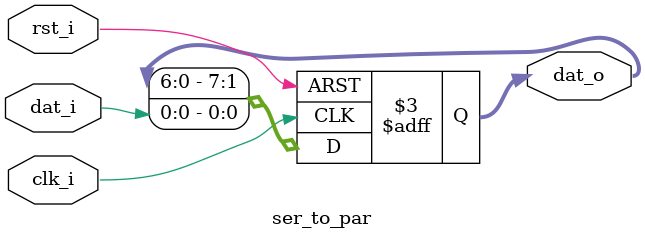
<source format=v>

module ser_to_par (
  input rst_i,
  input clk_i,
  input dat_i,
  output reg[7:0] dat_o
);

always @(posedge clk_i or negedge rst_i) begin
  if (!rst_i) begin
    dat_o <= 8'b0;
  end else begin
    dat_o[0] <= dat_i;
    dat_o[7:1] <= dat_o[6:0];
  end
end

endmodule

</source>
